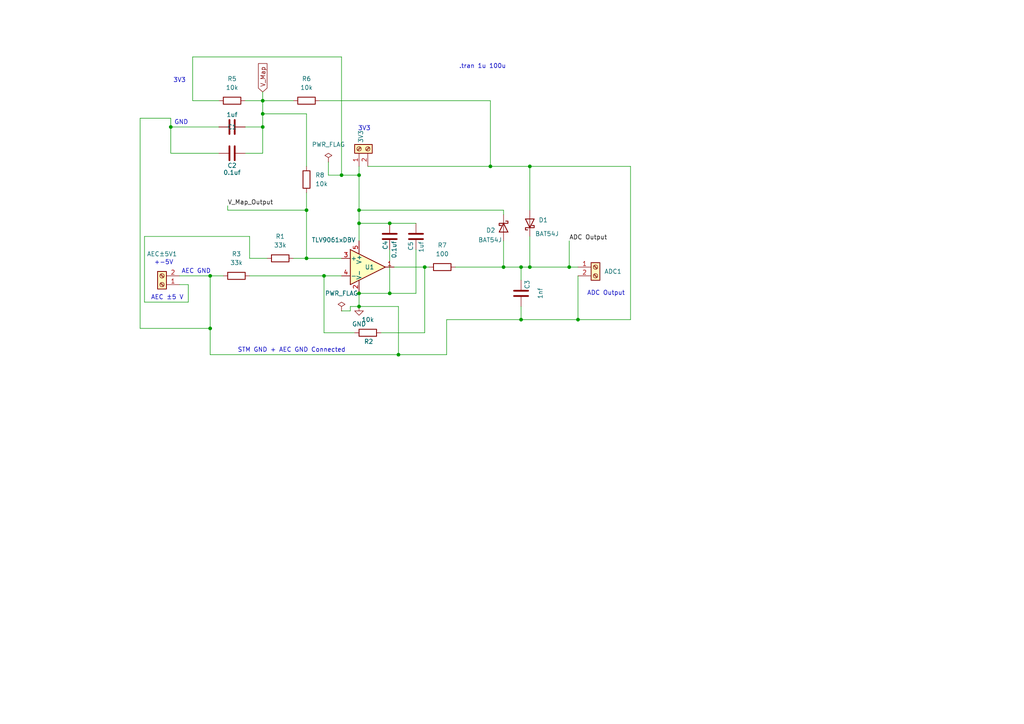
<source format=kicad_sch>
(kicad_sch (version 20250114) (generator "eeschema") (generator_version "9.0")
  (paper "A4")
  (lib_symbols
    (symbol "Amplifier_Operational:TLV9061xDBV" (pin_names (offset 0.127))
      (property "Reference" "U" (at -1.27 6.35 0))
      (property "Value" "TLV9061xDBV" (at -1.27 3.81 0))
      (symbol "TLV9061xDBV_0_1"
        (polyline (pts (xy -5.08 5.08) (xy 5.08 0) (xy -5.08 -5.08) (xy -5.08 5.08)) (stroke (width 0.254)) (fill (type background)))
        (pin power_in line (at -2.54 7.62 270) (length 3.81) (name "V+") (number "5"))
        (pin power_in line (at -2.54 -7.62 90) (length 3.81) (name "V-") (number "2"))
      )
      (symbol "TLV9061xDBV_1_1"
        (pin input line (at -7.62 2.54 0) (length 2.54) (name "+") (number "3"))
        (pin input line (at -7.62 -2.54 0) (length 2.54) (name "-") (number "4"))
        (pin output line (at 7.62 0 180) (length 2.54) (name "~") (number "1"))
      )
    )
    (symbol "Connector:Screw_Terminal_01x02" (pin_names (offset 1.016) (hide yes))
      (property "Reference" "J" (at 0 2.54 0))
      (property "Value" "Screw_Terminal_01x02" (at 0 -5.08 0))
      (symbol "Screw_Terminal_01x02_1_1"
        (rectangle (start -1.27 1.27) (end 1.27 -3.81) (stroke (width 0.254)) (fill (type background)))
        (polyline (pts (xy -0.5334 0.3302) (xy 0.3302 -0.508)) (stroke (width 0.1524)))
        (polyline (pts (xy -0.5334 -2.2098) (xy 0.3302 -3.048)) (stroke (width 0.1524)))
        (polyline (pts (xy -0.3556 0.508) (xy 0.508 -0.3302)) (stroke (width 0.1524)))
        (polyline (pts (xy -0.3556 -2.032) (xy 0.508 -2.8702)) (stroke (width 0.1524)))
        (circle (center 0 0) (radius 0.635) (stroke (width 0.1524)))
        (circle (center 0 -2.54) (radius 0.635) (stroke (width 0.1524)))
        (pin passive line (at -5.08 0 0) (length 3.81) (name "Pin_1") (number "1"))
        (pin passive line (at -5.08 -2.54 0) (length 3.81) (name "Pin_2") (number "2"))
      )
    )
    (symbol "Device:C" (pin_numbers (hide yes)) (pin_names (offset 0.254))
      (property "Reference" "C" (at 0.635 2.54 0))
      (property "Value" "C" (at 0.635 -2.54 0))
      (symbol "C_0_1"
        (polyline (pts (xy -2.032 0.762) (xy 2.032 0.762)) (stroke (width 0.508)))
        (polyline (pts (xy -2.032 -0.762) (xy 2.032 -0.762)) (stroke (width 0.508)))
      )
      (symbol "C_1_1"
        (pin passive line (at 0 3.81 270) (length 2.794) (name "~") (number "1"))
        (pin passive line (at 0 -3.81 90) (length 2.794) (name "~") (number "2"))
      )
    )
    (symbol "Device:R" (pin_numbers (hide yes)) (pin_names (offset 0))
      (property "Reference" "R" (at 2.032 0 90))
      (property "Value" "R" (at 0 0 90))
      (symbol "R_0_1"
        (rectangle (start -1.016 -2.54) (end 1.016 2.54) (stroke (width 0.254)))
      )
      (symbol "R_1_1"
        (pin passive line (at 0 3.81 270) (length 1.27) (name "~") (number "1"))
        (pin passive line (at 0 -3.81 90) (length 1.27) (name "~") (number "2"))
      )
    )
    (symbol "Diode:BAT54J" (pin_numbers (hide yes)) (pin_names (offset 1.016) (hide yes))
      (property "Reference" "D" (at 0 2.54 0))
      (property "Value" "BAT54J" (at 0 -2.54 0))
      (symbol "BAT54J_0_1"
        (polyline (pts (xy -1.905 0.635) (xy -1.905 1.27) (xy -1.27 1.27) (xy -1.27 -1.27) (xy -0.635 -1.27) (xy -0.635 -0.635)) (stroke (width 0.254)))
        (polyline (pts (xy 1.27 1.27) (xy 1.27 -1.27) (xy -1.27 0) (xy 1.27 1.27)) (stroke (width 0.254)))
        (polyline (pts (xy 1.27 0) (xy -1.27 0)))
      )
      (symbol "BAT54J_1_1"
        (pin passive line (at -3.81 0 0) (length 2.54) (name "K") (number "1"))
        (pin passive line (at 3.81 0 180) (length 2.54) (name "A") (number "2"))
      )
    )
    (symbol "power:GND" (power) (pin_numbers (hide yes)) (pin_names (offset 0) (hide yes))
      (property "Value" "GND" (at 0 -3.81 0))
      (symbol "GND_0_1"
        (polyline (pts (xy 0 0) (xy 0 -1.27) (xy 1.27 -1.27) (xy 0 -2.54) (xy -1.27 -1.27) (xy 0 -1.27)))
      )
      (symbol "GND_1_1"
        (pin power_in line (at 0 0 270) (length 0) (name "~") (number "1"))
      )
    )
    (symbol "power:PWR_FLAG" (power) (pin_numbers (hide yes)) (pin_names (offset 0) (hide yes))
      (property "Value" "PWR_FLAG" (at 0 3.81 0))
      (symbol "PWR_FLAG_0_0"
        (pin power_out line (at 0 0 90) (length 0) (name "~") (number "1"))
      )
      (symbol "PWR_FLAG_0_1"
        (polyline (pts (xy 0 0) (xy 0 1.27) (xy -1.016 1.905) (xy 0 2.54) (xy 1.016 1.905) (xy 0 1.27)))
      )
    )
  )
  (text "3V3" (at 105.664 37.338 0) (effects (font (size 1.27 1.27))))
  (text "GND" (at 52.578 35.56 0) (effects (font (size 1.27 1.27))))
  (text "STM GND + AEC GND Connected" (at 84.582 101.6 0) (effects (font (size 1.27 1.27))))
  (text "3V3" (at 52.07 23.368 0) (effects (font (size 1.27 1.27))))
  (text "AEC GND" (at 56.896 78.74 0) (effects (font (size 1.27 1.27))))
  (text "ADC Output" (at 175.768 85.09 0) (effects (font (size 1.27 1.27))))
  (text "AEC ±5 V" (at 48.514 86.36 0) (effects (font (size 1.27 1.27))))
  (text "+-5V" (at 47.498 76.2 0) (effects (font (size 1.27 1.27))))
  (text ".tran 1u 100u" (at 139.954 19.304 0) (effects (font (size 1.27 1.27))))
  (junction (at 167.64 92.71))
  (junction (at 115.57 102.87))
  (junction (at 60.96 80.01))
  (junction (at 60.96 95.25))
  (junction (at 88.9 60.96))
  (junction (at 104.14 50.8))
  (junction (at 76.2 36.83))
  (junction (at 153.67 77.47))
  (junction (at 49.53 36.83))
  (junction (at 104.14 60.96))
  (junction (at 104.14 64.77))
  (junction (at 113.03 64.77))
  (junction (at 142.24 48.26))
  (junction (at 153.67 48.26))
  (junction (at 93.98 80.01))
  (junction (at 76.2 33.02))
  (junction (at 76.2 29.21))
  (junction (at 88.9 74.93))
  (junction (at 146.05 77.47))
  (junction (at 113.03 85.09))
  (junction (at 123.19 77.47))
  (junction (at 104.14 85.09))
  (junction (at 165.1 77.47))
  (junction (at 151.13 92.71))
  (junction (at 99.06 50.8))
  (junction (at 104.14 88.9))
  (junction (at 151.13 77.47))
  (wire (pts (xy 101.6 88.9) (xy 104.14 88.9)))
  (wire (pts (xy 49.53 44.45) (xy 49.53 36.83)))
  (wire (pts (xy 93.98 80.01) (xy 99.06 80.01)))
  (wire (pts (xy 76.2 29.21) (xy 85.09 29.21)))
  (wire (pts (xy 151.13 92.71) (xy 167.64 92.71)))
  (wire (pts (xy 129.54 102.87) (xy 115.57 102.87)))
  (wire (pts (xy 72.39 74.93) (xy 77.47 74.93)))
  (wire (pts (xy 104.14 88.9) (xy 115.57 88.9)))
  (wire (pts (xy 52.07 82.55) (xy 54.61 82.55)))
  (wire (pts (xy 132.08 77.47) (xy 146.05 77.47)))
  (wire (pts (xy 93.98 96.52) (xy 93.98 80.01)))
  (wire (pts (xy 123.19 77.47) (xy 123.19 96.52)))
  (wire (pts (xy 102.87 96.52) (xy 93.98 96.52)))
  (wire (pts (xy 120.65 85.09) (xy 113.03 85.09)))
  (wire (pts (xy 76.2 26.67) (xy 76.2 29.21)))
  (wire (pts (xy 142.24 29.21) (xy 142.24 48.26)))
  (wire (pts (xy 104.14 48.26) (xy 104.14 50.8)))
  (wire (pts (xy 146.05 77.47) (xy 151.13 77.47)))
  (wire (pts (xy 95.25 50.8) (xy 99.06 50.8)))
  (wire (pts (xy 99.06 16.51) (xy 99.06 50.8)))
  (wire (pts (xy 55.88 16.51) (xy 99.06 16.51)))
  (wire (pts (xy 63.5 44.45) (xy 49.53 44.45)))
  (wire (pts (xy 104.14 64.77) (xy 113.03 64.77)))
  (wire (pts (xy 115.57 102.87) (xy 60.96 102.87)))
  (wire (pts (xy 104.14 50.8) (xy 104.14 60.96)))
  (wire (pts (xy 88.9 55.88) (xy 88.9 60.96)))
  (wire (pts (xy 104.14 85.09) (xy 113.03 85.09)))
  (wire (pts (xy 99.06 90.17) (xy 101.6 90.17)))
  (wire (pts (xy 182.88 48.26) (xy 182.88 92.71)))
  (wire (pts (xy 55.88 29.21) (xy 63.5 29.21)))
  (wire (pts (xy 63.5 36.83) (xy 49.53 36.83)))
  (wire (pts (xy 60.96 95.25) (xy 60.96 80.01)))
  (wire (pts (xy 153.67 48.26) (xy 182.88 48.26)))
  (wire (pts (xy 76.2 44.45) (xy 76.2 36.83)))
  (wire (pts (xy 153.67 68.58) (xy 153.67 77.47)))
  (wire (pts (xy 40.64 95.25) (xy 60.96 95.25)))
  (wire (pts (xy 71.12 44.45) (xy 76.2 44.45)))
  (wire (pts (xy 165.1 77.47) (xy 167.64 77.47)))
  (wire (pts (xy 60.96 102.87) (xy 60.96 95.25)))
  (wire (pts (xy 76.2 33.02) (xy 76.2 29.21)))
  (wire (pts (xy 52.07 80.01) (xy 60.96 80.01)))
  (wire (pts (xy 153.67 77.47) (xy 165.1 77.47)))
  (wire (pts (xy 85.09 74.93) (xy 88.9 74.93)))
  (wire (pts (xy 151.13 77.47) (xy 151.13 81.28)))
  (wire (pts (xy 54.61 82.55) (xy 54.61 87.63)))
  (wire (pts (xy 88.9 74.93) (xy 99.06 74.93)))
  (wire (pts (xy 72.39 68.58) (xy 72.39 74.93)))
  (wire (pts (xy 99.06 50.8) (xy 104.14 50.8)))
  (wire (pts (xy 95.25 46.99) (xy 95.25 50.8)))
  (wire (pts (xy 101.6 90.17) (xy 101.6 88.9)))
  (wire (pts (xy 40.64 34.29) (xy 40.64 95.25)))
  (wire (pts (xy 104.14 64.77) (xy 104.14 69.85)))
  (wire (pts (xy 104.14 60.96) (xy 146.05 60.96)))
  (wire (pts (xy 106.68 48.26) (xy 142.24 48.26)))
  (wire (pts (xy 54.61 87.63) (xy 41.91 87.63)))
  (wire (pts (xy 167.64 80.01) (xy 167.64 92.71)))
  (wire (pts (xy 76.2 33.02) (xy 88.9 33.02)))
  (wire (pts (xy 66.04 60.96) (xy 88.9 60.96)))
  (wire (pts (xy 92.71 29.21) (xy 142.24 29.21)))
  (wire (pts (xy 71.12 29.21) (xy 76.2 29.21)))
  (wire (pts (xy 115.57 88.9) (xy 115.57 102.87)))
  (wire (pts (xy 104.14 85.09) (xy 104.14 88.9)))
  (wire (pts (xy 153.67 48.26) (xy 153.67 60.96)))
  (wire (pts (xy 88.9 60.96) (xy 88.9 74.93)))
  (wire (pts (xy 120.65 72.39) (xy 120.65 85.09)))
  (wire (pts (xy 88.9 33.02) (xy 88.9 48.26)))
  (wire (pts (xy 41.91 87.63) (xy 41.91 68.58)))
  (wire (pts (xy 41.91 68.58) (xy 72.39 68.58)))
  (wire (pts (xy 76.2 36.83) (xy 76.2 33.02)))
  (wire (pts (xy 167.64 92.71) (xy 182.88 92.71)))
  (wire (pts (xy 142.24 48.26) (xy 153.67 48.26)))
  (wire (pts (xy 49.53 36.83) (xy 49.53 34.29)))
  (wire (pts (xy 55.88 29.21) (xy 55.88 16.51)))
  (wire (pts (xy 151.13 92.71) (xy 129.54 92.71)))
  (wire (pts (xy 165.1 69.85) (xy 165.1 77.47)))
  (wire (pts (xy 146.05 69.85) (xy 146.05 77.47)))
  (wire (pts (xy 71.12 36.83) (xy 76.2 36.83)))
  (wire (pts (xy 66.04 59.69) (xy 66.04 60.96)))
  (wire (pts (xy 104.14 60.96) (xy 104.14 64.77)))
  (wire (pts (xy 129.54 92.71) (xy 129.54 102.87)))
  (wire (pts (xy 110.49 96.52) (xy 123.19 96.52)))
  (wire (pts (xy 146.05 62.23) (xy 146.05 60.96)))
  (wire (pts (xy 114.3 77.47) (xy 123.19 77.47)))
  (wire (pts (xy 72.39 80.01) (xy 93.98 80.01)))
  (wire (pts (xy 151.13 77.47) (xy 153.67 77.47)))
  (wire (pts (xy 123.19 77.47) (xy 124.46 77.47)))
  (wire (pts (xy 113.03 64.77) (xy 120.65 64.77)))
  (wire (pts (xy 60.96 80.01) (xy 64.77 80.01)))
  (wire (pts (xy 49.53 34.29) (xy 40.64 34.29)))
  (wire (pts (xy 151.13 92.71) (xy 151.13 88.9)))
  (wire (pts (xy 113.03 72.39) (xy 113.03 85.09)))
  (label "V_Map_Output" (at 66.04 59.69 0))
  (label "ADC Output" (at 165.1 69.85 0))
  (global_label "V_Map" (shape input) (at 76.2 26.67 90) (property "Intersheetrefs" "${INTERSHEET_REFS}" (effects (hide yes))))
  (symbol (lib_id "power:PWR_FLAG") (at 99.06 90.17 0) (unit 1)
    (property "Reference" "#FLG02" (effects (hide yes)))
    (property "Value" "PWR_FLAG" (at 99.06 85.09 0))
    (property "Description" "Special symbol for telling ERC where power comes from" (effects (hide yes)))
  )
  (symbol (lib_id "Device:C") (at 113.03 68.58 180) (unit 1)
    (property "Reference" "C4" (at 111.76 71.12 90))
    (property "Value" "0.1uf" (at 114.3 72.39 90))
    (property "Footprint" "Capacitor_THT:C_Disc_D5.0mm_W2.5mm_P5.00mm" (effects (hide yes)))
    (property "Description" "Unpolarized capacitor" (effects (hide yes)))
  )
  (symbol (lib_id "Device:R") (at 67.31 29.21 270) (unit 1)
    (property "Reference" "R5" (at 67.31 22.86 90))
    (property "Value" "10k" (at 67.31 25.4 90))
    (property "Footprint" "Resistor_THT:R_Axial_DIN0207_L6.3mm_D2.5mm_P10.16mm_Horizontal" (effects (hide yes)))
    (property "Description" "Resistor" (effects (hide yes)))
  )
  (symbol (lib_id "Device:R") (at 81.28 74.93 90) (unit 1)
    (property "Reference" "R1" (at 81.28 68.58 90))
    (property "Value" "33k" (at 81.28 71.12 90))
    (property "Footprint" "Resistor_THT:R_Axial_DIN0207_L6.3mm_D2.5mm_P10.16mm_Horizontal" (effects (hide yes)))
    (property "Description" "Resistor" (effects (hide yes)))
  )
  (symbol (lib_id "Device:R") (at 68.58 80.01 90) (unit 1)
    (property "Reference" "R3" (at 68.58 73.66 90))
    (property "Value" "33k" (at 68.58 76.2 90))
    (property "Footprint" "Resistor_THT:R_Axial_DIN0207_L6.3mm_D2.5mm_P10.16mm_Horizontal" (effects (hide yes)))
    (property "Description" "Resistor" (effects (hide yes)))
  )
  (symbol (lib_id "Device:R") (at 128.27 77.47 90) (unit 1)
    (property "Reference" "R7" (at 128.27 71.12 90))
    (property "Value" "100" (at 128.27 73.66 90))
    (property "Footprint" "Resistor_THT:R_Axial_DIN0207_L6.3mm_D2.5mm_P10.16mm_Horizontal" (effects (hide yes)))
    (property "Description" "Resistor" (effects (hide yes)))
  )
  (symbol (lib_id "Connector:Screw_Terminal_01x02") (at 46.99 82.55 180) (unit 1)
    (property "Reference" "AEC±5V1" (at 46.99 73.66 0))
    (property "Value" "5" (effects (hide yes)))
    (property "Footprint" "TerminalBlock_Phoenix:TerminalBlock_Phoenix_MKDS-1,5-2_1x02_P5.00mm_Horizontal" (effects (hide yes)))
    (property "Description" "Generic screw terminal, single row, 01x02, script generated (kicad-library-utils/schlib/autogen/connector/)" (effects (hide yes)))
    (property "Sim.Device" "V" (effects (hide yes)))
    (property "Sim.Type" "DC" (effects (hide yes)))
    (property "Sim.Pins" "1=+ 2=-" (effects (hide yes)))
  )
  (symbol (lib_id "Connector:Screw_Terminal_01x02") (at 104.14 43.18 90) (unit 1)
    (property "Reference" "3V3" (at 104.648 39.624 0))
    (property "Value" "3.3" (effects (hide yes)))
    (property "Footprint" "TerminalBlock_Phoenix:TerminalBlock_Phoenix_MKDS-1,5-2_1x02_P5.00mm_Horizontal" (effects (hide yes)))
    (property "Description" "Generic screw terminal, single row, 01x02, script generated (kicad-library-utils/schlib/autogen/connector/)" (effects (hide yes)))
    (property "Sim.Device" "V" (effects (hide yes)))
    (property "Sim.Type" "DC" (effects (hide yes)))
    (property "Sim.Pins" "1=+ 2=-" (effects (hide yes)))
  )
  (symbol (lib_id "Connector:Screw_Terminal_01x02") (at 172.72 77.47 0) (unit 1) (exclude_from_sim yes)
    (property "Reference" "ADC1" (at 175.26 78.7399 0) (effects (justify left)))
    (property "Value" "Screw_Terminal_01x02" (effects (hide yes)))
    (property "Footprint" "TerminalBlock_Phoenix:TerminalBlock_Phoenix_MKDS-1,5-2_1x02_P5.00mm_Horizontal" (effects (hide yes)))
    (property "Description" "Generic screw terminal, single row, 01x02, script generated (kicad-library-utils/schlib/autogen/connector/)" (effects (hide yes)))
    (property "Sim.Device" "V" (effects (hide yes)))
    (property "Sim.Type" "DC" (effects (hide yes)))
    (property "Sim.Pins" "1=+ 2=-" (effects (hide yes)))
    (property "Sim.Params" "dc=5" (effects (hide yes)))
  )
  (symbol (lib_id "Diode:BAT54J") (at 153.67 64.77 90) (unit 1)
    (property "Reference" "D1" (at 156.21 63.8174 90) (effects (justify right)))
    (property "Value" "BAT54J" (at 155.194 67.818 90) (effects (justify right)))
    (property "Footprint" "Diode_SMD:D_SOD-323F" (effects (hide yes)))
    (property "Datasheet" "https://assets.nexperia.com/documents/data-sheet/BAT54J.pdf" (effects (hide yes)))
    (property "Description" "30V 200mA Schottky diode, SOD-323F" (effects (hide yes)))
    (property "Sim.Library" "BAT54J\\BAT54J.lib" (effects (hide yes)))
    (property "Sim.Name" "BAT54J" (effects (hide yes)))
    (property "Sim.Device" "SUBCKT" (effects (hide yes)))
    (property "Sim.Pins" "1=2 2=1" (effects (hide yes)))
  )
  (symbol (lib_id "Device:C") (at 151.13 85.09 180) (unit 1)
    (property "Reference" "C3" (at 152.908 82.55 90))
    (property "Value" "1nf" (at 156.718 85.09 90))
    (property "Footprint" "Capacitor_THT:C_Disc_D5.0mm_W2.5mm_P5.00mm" (effects (hide yes)))
    (property "Description" "Unpolarized capacitor" (effects (hide yes)))
  )
  (symbol (lib_id "Device:C") (at 67.31 36.83 90) (unit 1)
    (property "Reference" "C2" (at 67.31 48.006 90))
    (property "Value" "1uf" (at 67.31 33.274 90))
    (property "Footprint" "Capacitor_THT:C_Disc_D5.0mm_W2.5mm_P5.00mm" (effects (hide yes)))
    (property "Description" "Unpolarized capacitor" (effects (hide yes)))
  )
  (symbol (lib_id "Device:R") (at 88.9 52.07 180) (unit 1)
    (property "Reference" "R8" (at 91.44 50.7999 0) (effects (justify right)))
    (property "Value" "10k" (at 91.44 53.3399 0) (effects (justify right)))
    (property "Footprint" "Resistor_THT:R_Axial_DIN0207_L6.3mm_D2.5mm_P10.16mm_Horizontal" (effects (hide yes)))
    (property "Description" "Resistor" (effects (hide yes)))
  )
  (symbol (lib_id "Device:C") (at 120.65 68.58 180) (unit 1)
    (property "Reference" "C5" (at 119.126 71.374 90))
    (property "Value" "1uf" (at 122.174 71.628 90))
    (property "Footprint" "Capacitor_THT:C_Disc_D5.0mm_W2.5mm_P5.00mm" (effects (hide yes)))
    (property "Description" "Unpolarized capacitor" (effects (hide yes)))
  )
  (symbol (lib_id "Amplifier_Operational:TLV9061xDBV") (at 106.68 77.47 0) (unit 1)
    (property "Reference" "U1" (at 107.188 77.47 0))
    (property "Value" "TLV9061xDBV" (at 96.774 69.596 0))
    (property "Footprint" "Package_TO_SOT_SMD:SOT-23-5" (effects (hide yes)))
    (property "Datasheet" "https://www.ti.com/lit/ds/symlink/tlv9061.pdf" (effects (hide yes)))
    (property "Description" "10-MHz, RRIO, CMOS Operational Amplifiers for Cost-Sensitive Systems, SOT-23-5" (effects (hide yes)))
    (property "Sim.Library" "TLV9061\\tlv9062.lib" (effects (hide yes)))
    (property "Sim.Name" "TLV9062" (effects (hide yes)))
    (property "Sim.Device" "SUBCKT" (effects (hide yes)))
    (property "Sim.Pins" "1=OUT 2=VEE 3=IN+ 4=IN- 5=VCC" (effects (hide yes)))
  )
  (symbol (lib_id "Device:R") (at 106.68 96.52 90) (unit 1)
    (property "Reference" "R2" (at 106.934 99.06 90))
    (property "Value" "10k" (at 106.68 92.71 90))
    (property "Footprint" "Resistor_THT:R_Axial_DIN0207_L6.3mm_D2.5mm_P10.16mm_Horizontal" (effects (hide yes)))
    (property "Description" "Resistor" (effects (hide yes)))
  )
  (symbol (lib_id "power:GND") (at 104.14 88.9 0) (unit 1)
    (property "Reference" "#PWR01" (effects (hide yes)))
    (property "Value" "GND" (at 104.14 93.98 0))
    (property "Description" "Power symbol creates a global label with name \"GND\" , ground" (effects (hide yes)))
  )
  (symbol (lib_id "Device:R") (at 88.9 29.21 270) (unit 1)
    (property "Reference" "R6" (at 88.9 22.86 90))
    (property "Value" "10k" (at 88.9 25.4 90))
    (property "Footprint" "Resistor_THT:R_Axial_DIN0207_L6.3mm_D2.5mm_P10.16mm_Horizontal" (effects (hide yes)))
    (property "Description" "Resistor" (effects (hide yes)))
  )
  (symbol (lib_id "Device:C") (at 67.31 44.45 90) (unit 1)
    (property "Reference" "C1" (at 67.31 36.83 90))
    (property "Value" "0.1uf" (at 67.31 50.038 90))
    (property "Footprint" "Capacitor_THT:C_Disc_D5.0mm_W2.5mm_P5.00mm" (effects (hide yes)))
    (property "Description" "Unpolarized capacitor" (effects (hide yes)))
  )
  (symbol (lib_id "Diode:BAT54J") (at 146.05 66.04 270) (unit 1)
    (property "Reference" "D2" (at 140.97 66.802 90) (effects (justify left)))
    (property "Value" "BAT54J" (at 138.684 69.596 90) (effects (justify left)))
    (property "Footprint" "Diode_SMD:D_SOD-323F" (effects (hide yes)))
    (property "Datasheet" "https://assets.nexperia.com/documents/data-sheet/BAT54J.pdf" (effects (hide yes)))
    (property "Description" "30V 200mA Schottky diode, SOD-323F" (effects (hide yes)))
    (property "Sim.Library" "BAT54J\\BAT54J.lib" (effects (hide yes)))
    (property "Sim.Name" "BAT54J" (effects (hide yes)))
    (property "Sim.Device" "SUBCKT" (effects (hide yes)))
    (property "Sim.Pins" "1=2 2=1" (effects (hide yes)))
  )
  (symbol (lib_id "power:PWR_FLAG") (at 95.25 46.99 0) (unit 1)
    (property "Reference" "#FLG01" (effects (hide yes)))
    (property "Value" "PWR_FLAG" (at 95.25 41.91 0))
    (property "Description" "Special symbol for telling ERC where power comes from" (effects (hide yes)))
  )
)
</source>
